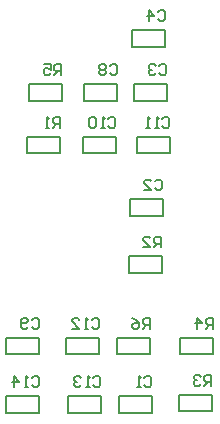
<source format=gbo>
G04 Layer_Color=32896*
%FSLAX44Y44*%
%MOMM*%
G71*
G01*
G75*
%ADD25C,0.2000*%
%ADD26C,0.1600*%
D25*
X533430Y1134730D02*
Y1148730D01*
X505430Y1134730D02*
Y1148730D01*
X533430D01*
X505430Y1134730D02*
X533430D01*
X504160Y1180450D02*
Y1194450D01*
X532160Y1180450D02*
Y1194450D01*
X504160Y1180450D02*
X532160D01*
X504160Y1194450D02*
X532160D01*
X462250Y1090280D02*
Y1104280D01*
X490250Y1090280D02*
Y1104280D01*
X462250Y1090280D02*
X490250D01*
X462250Y1104280D02*
X490250D01*
X535970Y1090280D02*
Y1104280D01*
X507970Y1090280D02*
Y1104280D01*
X535970D01*
X507970Y1090280D02*
X535970D01*
X444530Y1134730D02*
Y1148730D01*
X416530Y1134730D02*
Y1148730D01*
X444530D01*
X416530Y1134730D02*
X444530D01*
X443260Y1090280D02*
Y1104280D01*
X415260Y1090280D02*
Y1104280D01*
X443260D01*
X415260Y1090280D02*
X443260D01*
X572800Y920100D02*
Y934100D01*
X544800Y920100D02*
Y934100D01*
X572800D01*
X544800Y920100D02*
X572800D01*
X571530Y871840D02*
Y885840D01*
X543530Y871840D02*
Y885840D01*
X571530D01*
X543530Y871840D02*
X571530D01*
X491460Y920100D02*
Y934100D01*
X519460Y920100D02*
Y934100D01*
X491460Y920100D02*
X519460D01*
X491460Y934100D02*
X519460D01*
X425480Y870570D02*
Y884570D01*
X397480Y870570D02*
Y884570D01*
X425480D01*
X397480Y870570D02*
X425480D01*
X449550D02*
Y884570D01*
X477550Y870570D02*
Y884570D01*
X449550Y870570D02*
X477550D01*
X449550Y884570D02*
X477550D01*
X425480Y920100D02*
Y934100D01*
X397480Y920100D02*
Y934100D01*
X425480D01*
X397480Y920100D02*
X425480D01*
X448280D02*
Y934100D01*
X476280Y920100D02*
Y934100D01*
X448280Y920100D02*
X476280D01*
X448280Y934100D02*
X476280D01*
X520730Y870570D02*
Y884570D01*
X492730Y870570D02*
Y884570D01*
X520730D01*
X492730Y870570D02*
X520730D01*
X529770Y1037170D02*
Y1051170D01*
X501770Y1037170D02*
Y1051170D01*
X529770D01*
X501770Y1037170D02*
X529770D01*
X528900Y988970D02*
Y1002970D01*
X500900Y988970D02*
Y1002970D01*
X528900D01*
X500900Y988970D02*
X528900D01*
X491520Y1134730D02*
Y1148730D01*
X463520Y1134730D02*
Y1148730D01*
X491520D01*
X463520Y1134730D02*
X491520D01*
D26*
X514194Y899800D02*
X515694Y901299D01*
X518693D01*
X520192Y899800D01*
Y893801D01*
X518693Y892302D01*
X515694D01*
X514194Y893801D01*
X511195Y892302D02*
X508196D01*
X509695D01*
Y901299D01*
X511195Y899800D01*
X523234Y1066400D02*
X524734Y1067899D01*
X527733D01*
X529232Y1066400D01*
Y1060402D01*
X527733Y1058902D01*
X524734D01*
X523234Y1060402D01*
X514237Y1058902D02*
X520235D01*
X514237Y1064900D01*
Y1066400D01*
X515736Y1067899D01*
X518735D01*
X520235Y1066400D01*
X526894Y1163960D02*
X528394Y1165459D01*
X531393D01*
X532892Y1163960D01*
Y1157962D01*
X531393Y1156462D01*
X528394D01*
X526894Y1157962D01*
X523895Y1163960D02*
X522395Y1165459D01*
X519396D01*
X517897Y1163960D01*
Y1162460D01*
X519396Y1160960D01*
X520896D01*
X519396D01*
X517897Y1159461D01*
Y1157962D01*
X519396Y1156462D01*
X522395D01*
X523895Y1157962D01*
X525624Y1209680D02*
X527123Y1211179D01*
X530122D01*
X531622Y1209680D01*
Y1203681D01*
X530122Y1202182D01*
X527123D01*
X525624Y1203681D01*
X518126Y1202182D02*
Y1211179D01*
X522625Y1206681D01*
X516627D01*
X484984Y1163960D02*
X486483Y1165459D01*
X489482D01*
X490982Y1163960D01*
Y1157962D01*
X489482Y1156462D01*
X486483D01*
X484984Y1157962D01*
X481985Y1163960D02*
X480485Y1165459D01*
X477486D01*
X475987Y1163960D01*
Y1162460D01*
X477486Y1160960D01*
X475987Y1159461D01*
Y1157962D01*
X477486Y1156462D01*
X480485D01*
X481985Y1157962D01*
Y1159461D01*
X480485Y1160960D01*
X481985Y1162460D01*
Y1163960D01*
X480485Y1160960D02*
X477486D01*
X418944Y949330D02*
X420443Y950829D01*
X423442D01*
X424942Y949330D01*
Y943332D01*
X423442Y941832D01*
X420443D01*
X418944Y943332D01*
X415945D02*
X414445Y941832D01*
X411446D01*
X409947Y943332D01*
Y949330D01*
X411446Y950829D01*
X414445D01*
X415945Y949330D01*
Y947830D01*
X414445Y946330D01*
X409947D01*
X483714Y1119510D02*
X485214Y1121009D01*
X488213D01*
X489712Y1119510D01*
Y1113512D01*
X488213Y1112012D01*
X485214D01*
X483714Y1113512D01*
X480715Y1112012D02*
X477716D01*
X479215D01*
Y1121009D01*
X480715Y1119510D01*
X473217D02*
X471718Y1121009D01*
X468719D01*
X467219Y1119510D01*
Y1113512D01*
X468719Y1112012D01*
X471718D01*
X473217Y1113512D01*
Y1119510D01*
X529434D02*
X530933Y1121009D01*
X533932D01*
X535432Y1119510D01*
Y1113512D01*
X533932Y1112012D01*
X530933D01*
X529434Y1113512D01*
X526435Y1112012D02*
X523436D01*
X524935D01*
Y1121009D01*
X526435Y1119510D01*
X518937Y1112012D02*
X515938D01*
X517438D01*
Y1121009D01*
X518937Y1119510D01*
X469744Y949330D02*
X471244Y950829D01*
X474243D01*
X475742Y949330D01*
Y943332D01*
X474243Y941832D01*
X471244D01*
X469744Y943332D01*
X466745Y941832D02*
X463746D01*
X465245D01*
Y950829D01*
X466745Y949330D01*
X453249Y941832D02*
X459247D01*
X453249Y947830D01*
Y949330D01*
X454749Y950829D01*
X457748D01*
X459247Y949330D01*
X471014Y899800D02*
X472514Y901299D01*
X475513D01*
X477012Y899800D01*
Y893801D01*
X475513Y892302D01*
X472514D01*
X471014Y893801D01*
X468015Y892302D02*
X465016D01*
X466515D01*
Y901299D01*
X468015Y899800D01*
X460517D02*
X459018Y901299D01*
X456019D01*
X454519Y899800D01*
Y898300D01*
X456019Y896801D01*
X457518D01*
X456019D01*
X454519Y895301D01*
Y893801D01*
X456019Y892302D01*
X459018D01*
X460517Y893801D01*
X418944Y899800D02*
X420443Y901299D01*
X423442D01*
X424942Y899800D01*
Y893801D01*
X423442Y892302D01*
X420443D01*
X418944Y893801D01*
X415945Y892302D02*
X412946D01*
X414445D01*
Y901299D01*
X415945Y899800D01*
X403949Y892302D02*
Y901299D01*
X408447Y896801D01*
X402449D01*
X442722Y1112012D02*
Y1121009D01*
X438223D01*
X436724Y1119510D01*
Y1116510D01*
X438223Y1115011D01*
X442722D01*
X439723D02*
X436724Y1112012D01*
X433725D02*
X430726D01*
X432225D01*
Y1121009D01*
X433725Y1119510D01*
X528362Y1010702D02*
Y1019699D01*
X523863D01*
X522364Y1018200D01*
Y1015201D01*
X523863Y1013701D01*
X528362D01*
X525363D02*
X522364Y1010702D01*
X513367D02*
X519365D01*
X513367Y1016700D01*
Y1018200D01*
X514866Y1019699D01*
X517865D01*
X519365Y1018200D01*
X570992Y893572D02*
Y902569D01*
X566493D01*
X564994Y901070D01*
Y898071D01*
X566493Y896571D01*
X570992D01*
X567993D02*
X564994Y893572D01*
X561995Y901070D02*
X560495Y902569D01*
X557496D01*
X555997Y901070D01*
Y899570D01*
X557496Y898071D01*
X558996D01*
X557496D01*
X555997Y896571D01*
Y895071D01*
X557496Y893572D01*
X560495D01*
X561995Y895071D01*
X572262Y941832D02*
Y950829D01*
X567763D01*
X566264Y949330D01*
Y946330D01*
X567763Y944831D01*
X572262D01*
X569263D02*
X566264Y941832D01*
X558766D02*
Y950829D01*
X563265Y946330D01*
X557267D01*
X443992Y1156462D02*
Y1165459D01*
X439493D01*
X437994Y1163960D01*
Y1160960D01*
X439493Y1159461D01*
X443992D01*
X440993D02*
X437994Y1156462D01*
X428997Y1165459D02*
X434995D01*
Y1160960D01*
X431996Y1162460D01*
X430496D01*
X428997Y1160960D01*
Y1157962D01*
X430496Y1156462D01*
X433495D01*
X434995Y1157962D01*
X518922Y941832D02*
Y950829D01*
X514423D01*
X512924Y949330D01*
Y946330D01*
X514423Y944831D01*
X518922D01*
X515923D02*
X512924Y941832D01*
X503927Y950829D02*
X506926Y949330D01*
X509925Y946330D01*
Y943332D01*
X508425Y941832D01*
X505426D01*
X503927Y943332D01*
Y944831D01*
X505426Y946330D01*
X509925D01*
M02*

</source>
